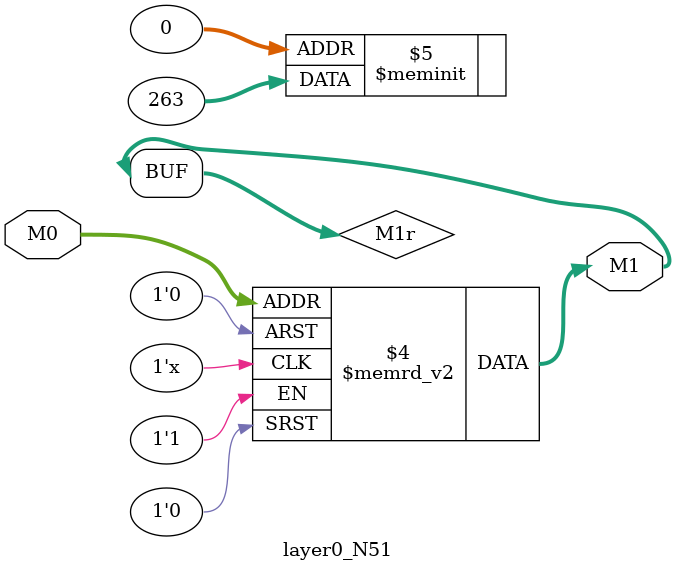
<source format=v>
module layer0_N51 ( input [3:0] M0, output [1:0] M1 );

	(*rom_style = "distributed" *) reg [1:0] M1r;
	assign M1 = M1r;
	always @ (M0) begin
		case (M0)
			4'b0000: M1r = 2'b11;
			4'b1000: M1r = 2'b00;
			4'b0100: M1r = 2'b01;
			4'b1100: M1r = 2'b00;
			4'b0010: M1r = 2'b00;
			4'b1010: M1r = 2'b00;
			4'b0110: M1r = 2'b00;
			4'b1110: M1r = 2'b00;
			4'b0001: M1r = 2'b01;
			4'b1001: M1r = 2'b00;
			4'b0101: M1r = 2'b00;
			4'b1101: M1r = 2'b00;
			4'b0011: M1r = 2'b00;
			4'b1011: M1r = 2'b00;
			4'b0111: M1r = 2'b00;
			4'b1111: M1r = 2'b00;

		endcase
	end
endmodule

</source>
